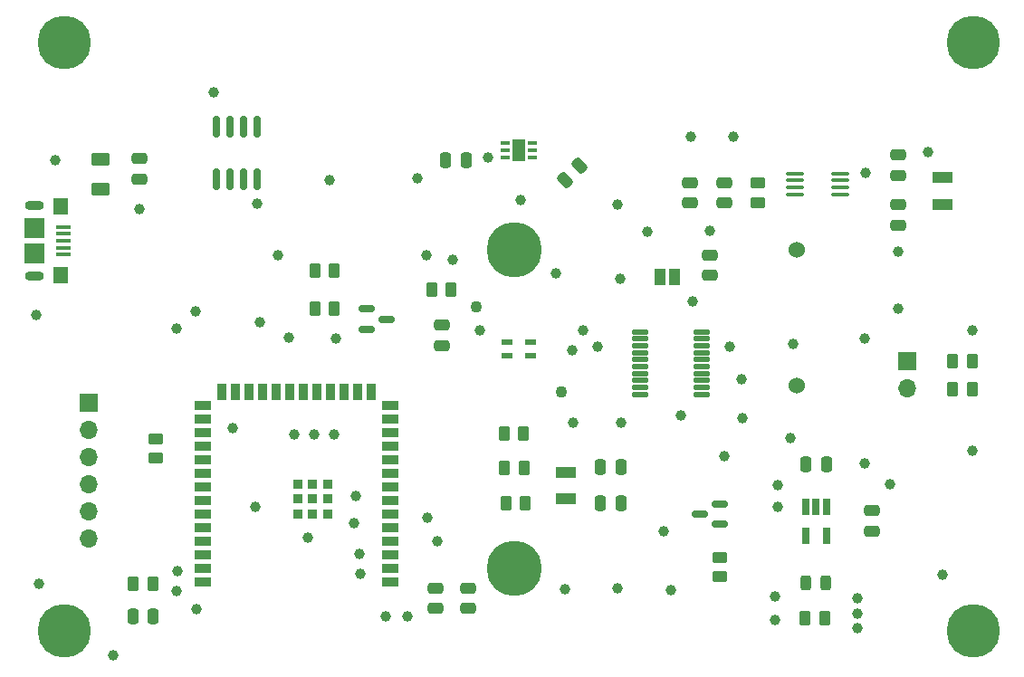
<source format=gts>
G04 #@! TF.GenerationSoftware,KiCad,Pcbnew,6.0.11-2627ca5db0~126~ubuntu20.04.1*
G04 #@! TF.CreationDate,2023-04-04T17:10:53-04:00*
G04 #@! TF.ProjectId,water_meter,77617465-725f-46d6-9574-65722e6b6963,rev?*
G04 #@! TF.SameCoordinates,Original*
G04 #@! TF.FileFunction,Soldermask,Top*
G04 #@! TF.FilePolarity,Negative*
%FSLAX46Y46*%
G04 Gerber Fmt 4.6, Leading zero omitted, Abs format (unit mm)*
G04 Created by KiCad (PCBNEW 6.0.11-2627ca5db0~126~ubuntu20.04.1) date 2023-04-04 17:10:53*
%MOMM*%
%LPD*%
G01*
G04 APERTURE LIST*
G04 Aperture macros list*
%AMRoundRect*
0 Rectangle with rounded corners*
0 $1 Rounding radius*
0 $2 $3 $4 $5 $6 $7 $8 $9 X,Y pos of 4 corners*
0 Add a 4 corners polygon primitive as box body*
4,1,4,$2,$3,$4,$5,$6,$7,$8,$9,$2,$3,0*
0 Add four circle primitives for the rounded corners*
1,1,$1+$1,$2,$3*
1,1,$1+$1,$4,$5*
1,1,$1+$1,$6,$7*
1,1,$1+$1,$8,$9*
0 Add four rect primitives between the rounded corners*
20,1,$1+$1,$2,$3,$4,$5,0*
20,1,$1+$1,$4,$5,$6,$7,0*
20,1,$1+$1,$6,$7,$8,$9,0*
20,1,$1+$1,$8,$9,$2,$3,0*%
G04 Aperture macros list end*
%ADD10C,1.530000*%
%ADD11C,5.175000*%
%ADD12RoundRect,0.150000X-0.150000X0.825000X-0.150000X-0.825000X0.150000X-0.825000X0.150000X0.825000X0*%
%ADD13R,1.500000X0.900000*%
%ADD14R,0.900000X1.500000*%
%ADD15R,0.900000X0.900000*%
%ADD16RoundRect,0.020500X-0.719500X-0.184500X0.719500X-0.184500X0.719500X0.184500X-0.719500X0.184500X0*%
%ADD17RoundRect,0.250000X-0.625000X0.375000X-0.625000X-0.375000X0.625000X-0.375000X0.625000X0.375000X0*%
%ADD18RoundRect,0.243750X-0.243750X-0.456250X0.243750X-0.456250X0.243750X0.456250X-0.243750X0.456250X0*%
%ADD19R,1.900000X1.100000*%
%ADD20RoundRect,0.250000X-0.262500X-0.450000X0.262500X-0.450000X0.262500X0.450000X-0.262500X0.450000X0*%
%ADD21RoundRect,0.250000X0.262500X0.450000X-0.262500X0.450000X-0.262500X-0.450000X0.262500X-0.450000X0*%
%ADD22RoundRect,0.250000X0.450000X-0.262500X0.450000X0.262500X-0.450000X0.262500X-0.450000X-0.262500X0*%
%ADD23RoundRect,0.250000X-0.450000X0.262500X-0.450000X-0.262500X0.450000X-0.262500X0.450000X0.262500X0*%
%ADD24RoundRect,0.250000X-0.475000X0.250000X-0.475000X-0.250000X0.475000X-0.250000X0.475000X0.250000X0*%
%ADD25RoundRect,0.250000X0.475000X-0.250000X0.475000X0.250000X-0.475000X0.250000X-0.475000X-0.250000X0*%
%ADD26RoundRect,0.250000X0.159099X-0.512652X0.512652X-0.159099X-0.159099X0.512652X-0.512652X0.159099X0*%
%ADD27RoundRect,0.250000X0.250000X0.475000X-0.250000X0.475000X-0.250000X-0.475000X0.250000X-0.475000X0*%
%ADD28RoundRect,0.250000X-0.250000X-0.475000X0.250000X-0.475000X0.250000X0.475000X-0.250000X0.475000X0*%
%ADD29C,1.100000*%
%ADD30R,1.000000X0.600000*%
%ADD31RoundRect,0.150000X-0.587500X-0.150000X0.587500X-0.150000X0.587500X0.150000X-0.587500X0.150000X0*%
%ADD32C,5.000000*%
%ADD33RoundRect,0.012800X0.357200X0.147200X-0.357200X0.147200X-0.357200X-0.147200X0.357200X-0.147200X0*%
%ADD34R,1.300000X2.000000*%
%ADD35R,1.000000X1.500000*%
%ADD36C,0.500000*%
%ADD37R,1.350000X0.400000*%
%ADD38R,1.400000X1.600000*%
%ADD39R,1.900000X1.900000*%
%ADD40O,1.800000X0.900000*%
%ADD41R,1.700000X1.700000*%
%ADD42O,1.700000X1.700000*%
%ADD43R,0.650000X1.560000*%
%ADD44RoundRect,0.150000X0.587500X0.150000X-0.587500X0.150000X-0.587500X-0.150000X0.587500X-0.150000X0*%
%ADD45RoundRect,0.100000X0.712500X0.100000X-0.712500X0.100000X-0.712500X-0.100000X0.712500X-0.100000X0*%
%ADD46C,1.000000*%
G04 APERTURE END LIST*
D10*
X183355000Y-120230000D03*
X183355000Y-107530000D03*
D11*
X156935000Y-107530000D03*
X156935000Y-137380000D03*
D12*
X132905000Y-96025000D03*
X131635000Y-96025000D03*
X130365000Y-96025000D03*
X129095000Y-96025000D03*
X129095000Y-100975000D03*
X130365000Y-100975000D03*
X131635000Y-100975000D03*
X132905000Y-100975000D03*
D13*
X145310000Y-138590000D03*
X145310000Y-137320000D03*
X145310000Y-136050000D03*
X145310000Y-134780000D03*
X145310000Y-133510000D03*
X145310000Y-132240000D03*
X145310000Y-130970000D03*
X145310000Y-129700000D03*
X145310000Y-128430000D03*
X145310000Y-127160000D03*
X145310000Y-125890000D03*
X145310000Y-124620000D03*
X145310000Y-123350000D03*
X145310000Y-122080000D03*
D14*
X143545000Y-120830000D03*
X142275000Y-120830000D03*
X141005000Y-120830000D03*
X139735000Y-120830000D03*
X138465000Y-120830000D03*
X137195000Y-120830000D03*
X135925000Y-120830000D03*
X134655000Y-120830000D03*
X133385000Y-120830000D03*
X132115000Y-120830000D03*
X130845000Y-120830000D03*
X129575000Y-120830000D03*
D13*
X127810000Y-122080000D03*
X127810000Y-123350000D03*
X127810000Y-124620000D03*
X127810000Y-125890000D03*
X127810000Y-127160000D03*
X127810000Y-128430000D03*
X127810000Y-129700000D03*
X127810000Y-130970000D03*
X127810000Y-132240000D03*
X127810000Y-133510000D03*
X127810000Y-134780000D03*
X127810000Y-136050000D03*
X127810000Y-137320000D03*
X127810000Y-138590000D03*
D15*
X139460000Y-130870000D03*
X138060000Y-129470000D03*
X138060000Y-132270000D03*
X139460000Y-132270000D03*
X136660000Y-129470000D03*
X136660000Y-130870000D03*
X136660000Y-132270000D03*
X139460000Y-129470000D03*
X138060000Y-130870000D03*
D16*
X168685000Y-115225000D03*
X168685000Y-115875000D03*
X168685000Y-116525000D03*
X168685000Y-117175000D03*
X168685000Y-117825000D03*
X168685000Y-118475000D03*
X168685000Y-119125000D03*
X168685000Y-119775000D03*
X168685000Y-120425000D03*
X168685000Y-121075000D03*
X174415000Y-121075000D03*
X174415000Y-120425000D03*
X174415000Y-119775000D03*
X174415000Y-119125000D03*
X174415000Y-118475000D03*
X174415000Y-117825000D03*
X174415000Y-117175000D03*
X174415000Y-116525000D03*
X174415000Y-115875000D03*
X174415000Y-115225000D03*
D17*
X118225750Y-99060000D03*
X118225750Y-101860000D03*
D18*
X184152500Y-138730000D03*
X186027500Y-138730000D03*
D19*
X161742500Y-128365000D03*
X161742500Y-130865000D03*
X196940000Y-100825000D03*
X196940000Y-103325000D03*
D20*
X138279500Y-113030000D03*
X140104500Y-113030000D03*
D21*
X140104500Y-109474000D03*
X138279500Y-109474000D03*
X151026500Y-111252000D03*
X149201500Y-111252000D03*
D22*
X176140000Y-138162500D03*
X176140000Y-136337500D03*
X123420000Y-127052500D03*
X123420000Y-125227500D03*
D23*
X179730000Y-101302500D03*
X179730000Y-103127500D03*
D20*
X197907500Y-120600000D03*
X199732500Y-120600000D03*
X184127500Y-142050000D03*
X185952500Y-142050000D03*
X197927500Y-117990000D03*
X199752500Y-117990000D03*
X155957500Y-124710000D03*
X157782500Y-124710000D03*
X156030000Y-127965000D03*
X157855000Y-127965000D03*
X156130000Y-131265000D03*
X157955000Y-131265000D03*
X121280000Y-138760000D03*
X123105000Y-138760000D03*
D24*
X175200000Y-108060000D03*
X175200000Y-109960000D03*
D25*
X150114000Y-116520000D03*
X150114000Y-114620000D03*
D24*
X176590000Y-101265000D03*
X176590000Y-103165000D03*
X192790000Y-98690000D03*
X192790000Y-100590000D03*
D26*
X161678249Y-101061751D03*
X163021751Y-99718249D03*
D27*
X152420000Y-99210000D03*
X150520000Y-99210000D03*
D25*
X190360000Y-133870000D03*
X190360000Y-131970000D03*
D27*
X186090000Y-127620000D03*
X184190000Y-127620000D03*
D24*
X173370000Y-101265000D03*
X173370000Y-103165000D03*
D25*
X192800000Y-105240000D03*
X192800000Y-103340000D03*
D24*
X152590000Y-139220000D03*
X152590000Y-141120000D03*
D25*
X121850000Y-100940000D03*
X121850000Y-99040000D03*
D24*
X149590000Y-139220000D03*
X149590000Y-141120000D03*
D28*
X121242500Y-141840000D03*
X123142500Y-141840000D03*
D27*
X166892500Y-127910000D03*
X164992500Y-127910000D03*
X166892500Y-131240000D03*
X164992500Y-131240000D03*
D29*
X153350000Y-112850000D03*
X161350000Y-120850000D03*
D30*
X156250000Y-117500000D03*
X156250000Y-116200000D03*
X158450000Y-116200000D03*
X158450000Y-117500000D03*
D31*
X143080500Y-113096000D03*
X143080500Y-114996000D03*
X144955500Y-114046000D03*
D32*
X114850000Y-143160000D03*
X199850000Y-88160000D03*
D33*
X158595000Y-98890000D03*
X158595000Y-98240000D03*
X158595000Y-97590000D03*
X156105000Y-97590000D03*
X156105000Y-98240000D03*
X156105000Y-98890000D03*
D34*
X157350000Y-98240000D03*
D35*
X170567500Y-110090000D03*
X171867500Y-110090000D03*
D32*
X199850000Y-143160000D03*
X114850000Y-88160000D03*
D36*
X112062500Y-110005750D03*
X112062500Y-103405750D03*
D37*
X114737500Y-105405750D03*
X114737500Y-106055750D03*
X114737500Y-106705750D03*
X114737500Y-107355750D03*
X114737500Y-108005750D03*
D38*
X114512500Y-103505750D03*
X114512500Y-109905750D03*
D39*
X112062500Y-107905750D03*
X112062500Y-105505750D03*
D40*
X112062500Y-103405750D03*
X112062500Y-110005750D03*
D41*
X117103333Y-121880000D03*
D42*
X117103333Y-124420000D03*
X117103333Y-126960000D03*
X117103333Y-129500000D03*
X117103333Y-132040000D03*
X117103333Y-134580000D03*
D43*
X186090000Y-131570000D03*
X185140000Y-131570000D03*
X184190000Y-131570000D03*
X184190000Y-134270000D03*
X186090000Y-134270000D03*
D41*
X193690000Y-117980000D03*
D42*
X193690000Y-120520000D03*
D44*
X174292500Y-132270000D03*
X176167500Y-131320000D03*
X176167500Y-133220000D03*
D45*
X187402500Y-102360000D03*
X187402500Y-101710000D03*
X187402500Y-101060000D03*
X187402500Y-100410000D03*
X183177500Y-100410000D03*
X183177500Y-101060000D03*
X183177500Y-101710000D03*
X183177500Y-102360000D03*
D46*
X132900000Y-103200000D03*
X141900000Y-133100000D03*
X127100000Y-113300000D03*
X137600000Y-134500000D03*
X125300000Y-114900000D03*
X197000000Y-137950000D03*
X181550000Y-131620000D03*
X170900000Y-133900000D03*
X181520000Y-129530000D03*
X157480000Y-102870000D03*
X140208000Y-115824000D03*
X134794000Y-108030000D03*
X133096000Y-114300000D03*
X130556000Y-124206000D03*
X139650000Y-101050000D03*
X171600000Y-139350000D03*
X192050000Y-129500000D03*
X195650000Y-98450000D03*
X192800000Y-107750000D03*
X128800000Y-92800000D03*
X140100000Y-124790000D03*
X112210000Y-113650000D03*
X177450000Y-96950000D03*
X166895000Y-123770000D03*
X173450000Y-96950000D03*
X114000000Y-99200000D03*
X175200000Y-105800000D03*
X121850000Y-103750000D03*
X112440000Y-138790000D03*
X119430000Y-145510000D03*
X153670000Y-115062000D03*
X181300000Y-142200000D03*
X127200000Y-141200000D03*
X163322000Y-115062000D03*
X181300000Y-139950000D03*
X144890000Y-141830000D03*
X146950000Y-141850000D03*
X169400000Y-105900000D03*
X151130000Y-108458000D03*
X138235000Y-124790000D03*
X166800000Y-110250000D03*
X125400000Y-137650000D03*
X161650000Y-139300000D03*
X166615000Y-139250000D03*
X136370000Y-124790000D03*
X192800000Y-113100000D03*
X173570000Y-112410000D03*
X160782000Y-109728000D03*
X147900000Y-100850000D03*
X142480000Y-135990000D03*
X164690000Y-116580000D03*
X176600000Y-126860000D03*
X172530000Y-123040000D03*
X182730000Y-125200000D03*
X189040000Y-140120000D03*
X199760000Y-115080000D03*
X189040000Y-141610000D03*
X162400000Y-123720000D03*
X148690000Y-108030000D03*
X199780000Y-126320000D03*
X166570000Y-103290000D03*
X142570000Y-137900000D03*
X189040000Y-142970000D03*
X125380000Y-139440000D03*
X148800000Y-132620000D03*
X178140000Y-119700000D03*
X178240000Y-123310000D03*
X149720000Y-134780000D03*
X132740000Y-131590000D03*
X135850000Y-115790000D03*
X182960000Y-116360000D03*
X177040000Y-116630000D03*
X154480000Y-98900000D03*
X162320000Y-116990000D03*
X189740000Y-100365000D03*
X189720000Y-115870000D03*
X142080000Y-130580000D03*
X189690000Y-127550000D03*
M02*

</source>
